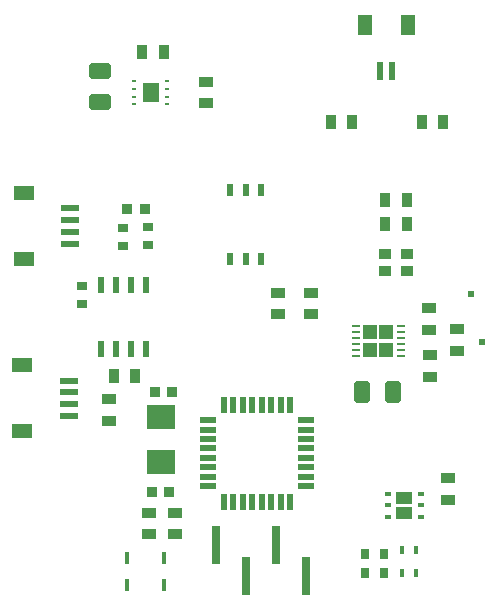
<source format=gtp>
G04*
G04 #@! TF.GenerationSoftware,Altium Limited,Altium Designer,23.7.1 (13)*
G04*
G04 Layer_Color=8421504*
%FSLAX25Y25*%
%MOIN*%
G70*
G04*
G04 #@! TF.SameCoordinates,E761BF88-05AE-44ED-84BE-F3DD1BAF6ADF*
G04*
G04*
G04 #@! TF.FilePolarity,Positive*
G04*
G01*
G75*
%ADD14R,0.04528X0.04528*%
%ADD15R,0.02400X0.02200*%
%ADD16R,0.04921X0.03347*%
%ADD17R,0.01997X0.05756*%
%ADD18R,0.05756X0.01997*%
%ADD19R,0.09449X0.07874*%
%ADD20R,0.01811X0.04331*%
%ADD21R,0.02500X0.13156*%
%ADD22R,0.02197X0.04156*%
%ADD23R,0.04724X0.07087*%
%ADD24R,0.02362X0.06102*%
%ADD25R,0.03347X0.04921*%
G04:AMPARAMS|DCode=26|XSize=55.12mil|YSize=70.87mil|CornerRadius=6.89mil|HoleSize=0mil|Usage=FLASHONLY|Rotation=180.000|XOffset=0mil|YOffset=0mil|HoleType=Round|Shape=RoundedRectangle|*
%AMROUNDEDRECTD26*
21,1,0.05512,0.05709,0,0,180.0*
21,1,0.04134,0.07087,0,0,180.0*
1,1,0.01378,-0.02067,0.02854*
1,1,0.01378,0.02067,0.02854*
1,1,0.01378,0.02067,-0.02854*
1,1,0.01378,-0.02067,-0.02854*
%
%ADD26ROUNDEDRECTD26*%
G04:AMPARAMS|DCode=27|XSize=55.12mil|YSize=70.87mil|CornerRadius=6.89mil|HoleSize=0mil|Usage=FLASHONLY|Rotation=270.000|XOffset=0mil|YOffset=0mil|HoleType=Round|Shape=RoundedRectangle|*
%AMROUNDEDRECTD27*
21,1,0.05512,0.05709,0,0,270.0*
21,1,0.04134,0.07087,0,0,270.0*
1,1,0.01378,-0.02854,-0.02067*
1,1,0.01378,-0.02854,0.02067*
1,1,0.01378,0.02854,0.02067*
1,1,0.01378,0.02854,-0.02067*
%
%ADD27ROUNDEDRECTD27*%
%ADD28O,0.01562X0.00381*%
%ADD29R,0.02362X0.01575*%
%ADD30R,0.01600X0.02800*%
%ADD31R,0.06102X0.02362*%
%ADD32R,0.07087X0.04724*%
%ADD33R,0.04100X0.03700*%
G04:AMPARAMS|DCode=34|XSize=23.62mil|YSize=9.84mil|CornerRadius=1.23mil|HoleSize=0mil|Usage=FLASHONLY|Rotation=0.000|XOffset=0mil|YOffset=0mil|HoleType=Round|Shape=RoundedRectangle|*
%AMROUNDEDRECTD34*
21,1,0.02362,0.00738,0,0,0.0*
21,1,0.02116,0.00984,0,0,0.0*
1,1,0.00246,0.01058,-0.00369*
1,1,0.00246,-0.01058,-0.00369*
1,1,0.00246,-0.01058,0.00369*
1,1,0.00246,0.01058,0.00369*
%
%ADD34ROUNDEDRECTD34*%
%ADD35R,0.02197X0.05728*%
%ADD36R,0.02978X0.03200*%
%ADD37R,0.03200X0.02978*%
%ADD38R,0.03378X0.03200*%
G36*
X134685Y36614D02*
Y32441D01*
X140118D01*
Y36614D01*
X134685D01*
D02*
G37*
G36*
Y41575D02*
Y37402D01*
X140118D01*
Y41575D01*
X134685D01*
D02*
G37*
G36*
X55663Y171463D02*
Y177703D01*
X50218D01*
Y171463D01*
X55663D01*
D02*
G37*
D14*
X126063Y88779D02*
D03*
X131417D02*
D03*
X126063Y94685D02*
D03*
X131417D02*
D03*
D15*
X163285Y91547D02*
D03*
X159611Y107547D02*
D03*
D16*
X155118Y95768D02*
D03*
Y88484D02*
D03*
X95276Y100689D02*
D03*
Y107972D02*
D03*
X106299Y100689D02*
D03*
Y107972D02*
D03*
X146063Y79823D02*
D03*
Y87106D02*
D03*
X145669Y102854D02*
D03*
Y95571D02*
D03*
X52492Y27343D02*
D03*
Y34626D02*
D03*
X61122Y27327D02*
D03*
Y34610D02*
D03*
X38996Y72555D02*
D03*
Y65272D02*
D03*
X71437Y170988D02*
D03*
Y178272D02*
D03*
X151969Y46161D02*
D03*
Y38878D02*
D03*
D17*
X77362Y70602D02*
D03*
X80512D02*
D03*
X83661D02*
D03*
X86811D02*
D03*
X89961D02*
D03*
X93110D02*
D03*
X96260D02*
D03*
X99410D02*
D03*
Y38202D02*
D03*
X96260D02*
D03*
X93110D02*
D03*
X89961D02*
D03*
X86811D02*
D03*
X83661D02*
D03*
X80512D02*
D03*
X77362D02*
D03*
D18*
X104586Y65425D02*
D03*
Y62276D02*
D03*
Y59126D02*
D03*
Y55976D02*
D03*
Y52827D02*
D03*
Y49677D02*
D03*
Y46528D02*
D03*
Y43378D02*
D03*
X72186D02*
D03*
Y46528D02*
D03*
Y49677D02*
D03*
Y52827D02*
D03*
Y55976D02*
D03*
Y59126D02*
D03*
Y62276D02*
D03*
Y65425D02*
D03*
D19*
X56346Y66327D02*
D03*
Y51366D02*
D03*
D20*
X57480Y10433D02*
D03*
Y19488D02*
D03*
X44882Y10433D02*
D03*
Y19488D02*
D03*
D21*
X104547Y13565D02*
D03*
X94547Y23965D02*
D03*
X84547Y13565D02*
D03*
X74547Y23965D02*
D03*
D22*
X79528Y142209D02*
D03*
X84646D02*
D03*
X89764D02*
D03*
Y119209D02*
D03*
X84646D02*
D03*
X79528D02*
D03*
D23*
X124409Y197244D02*
D03*
X138583D02*
D03*
D24*
X129528Y181890D02*
D03*
X133465D02*
D03*
D25*
X120177Y164961D02*
D03*
X112894D02*
D03*
X150492D02*
D03*
X143209D02*
D03*
X131150Y138957D02*
D03*
X138433D02*
D03*
X130968Y130972D02*
D03*
X138252D02*
D03*
X40547Y80079D02*
D03*
X47831D02*
D03*
X57268Y188126D02*
D03*
X49984D02*
D03*
D26*
X133661Y74803D02*
D03*
X123425D02*
D03*
D27*
X36169Y171634D02*
D03*
Y181870D02*
D03*
D28*
X47429Y170744D02*
D03*
Y173303D02*
D03*
Y175862D02*
D03*
Y178421D02*
D03*
X58453D02*
D03*
Y175862D02*
D03*
Y173303D02*
D03*
Y170744D02*
D03*
D29*
X131890Y40945D02*
D03*
Y37008D02*
D03*
Y33071D02*
D03*
X142913D02*
D03*
Y37008D02*
D03*
Y40945D02*
D03*
D30*
X136626Y14567D02*
D03*
X141326D02*
D03*
X136626Y22047D02*
D03*
X141326D02*
D03*
D31*
X25547Y78638D02*
D03*
Y74701D02*
D03*
Y70764D02*
D03*
Y66827D02*
D03*
X26047Y136079D02*
D03*
Y132142D02*
D03*
Y128205D02*
D03*
Y124268D02*
D03*
D32*
X10193Y83756D02*
D03*
Y61709D02*
D03*
X10693Y141197D02*
D03*
Y119150D02*
D03*
D33*
X138287Y115260D02*
D03*
X131004D02*
D03*
Y120960D02*
D03*
X138287D02*
D03*
D34*
X136221Y92716D02*
D03*
Y86811D02*
D03*
Y88779D02*
D03*
Y90748D02*
D03*
Y94685D02*
D03*
Y96653D02*
D03*
X121260Y86811D02*
D03*
Y88779D02*
D03*
Y90748D02*
D03*
Y92716D02*
D03*
Y94685D02*
D03*
Y96653D02*
D03*
D35*
X36354Y89203D02*
D03*
X41354D02*
D03*
X46354D02*
D03*
X51354D02*
D03*
Y110631D02*
D03*
X46354D02*
D03*
X41354D02*
D03*
X36354D02*
D03*
D36*
X130598Y14567D02*
D03*
X124520D02*
D03*
X130598Y20866D02*
D03*
X124520D02*
D03*
D37*
X51925Y129744D02*
D03*
Y123666D02*
D03*
X29921Y104048D02*
D03*
Y110126D02*
D03*
X43728Y123532D02*
D03*
Y129610D02*
D03*
D38*
X59926Y74803D02*
D03*
X54248D02*
D03*
X59138Y41339D02*
D03*
X53460D02*
D03*
X50871Y135827D02*
D03*
X45193D02*
D03*
M02*

</source>
